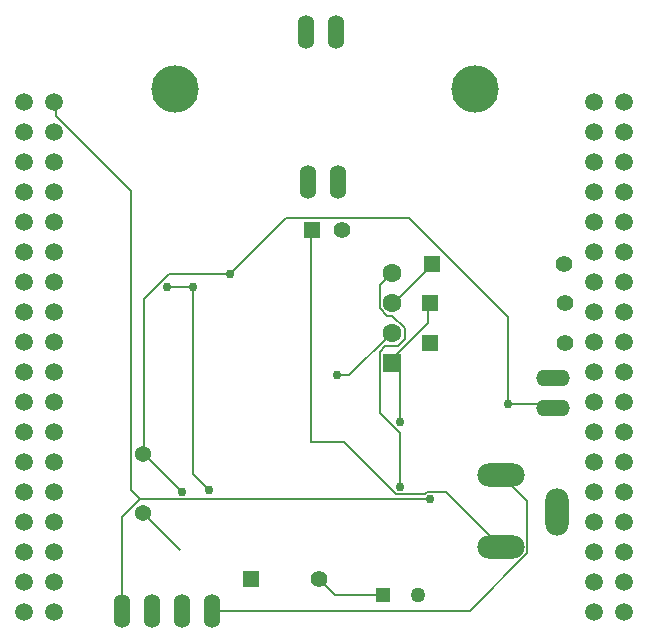
<source format=gbl>
G04*
G04 #@! TF.GenerationSoftware,Altium Limited,Altium Designer,22.8.2 (66)*
G04*
G04 Layer_Physical_Order=2*
G04 Layer_Color=16711680*
%FSLAX44Y44*%
%MOMM*%
G71*
G04*
G04 #@! TF.SameCoordinates,DB24DA2D-5A1C-4FC3-BAC6-6F5E0011B9E5*
G04*
G04*
G04 #@! TF.FilePolarity,Positive*
G04*
G01*
G75*
%ADD66C,0.1524*%
%ADD67O,1.4224X2.8448*%
%ADD68C,1.3980*%
%ADD69R,1.3980X1.3980*%
%ADD70O,2.8448X1.4224*%
%ADD71C,1.6052*%
%ADD72R,1.6052X1.6052*%
%ADD73C,1.3970*%
%ADD74R,1.3970X1.3970*%
%ADD75C,1.4224*%
%ADD76R,1.4224X1.4224*%
%ADD77C,4.0051*%
%ADD78C,1.2700*%
%ADD79R,1.2700X1.2700*%
%ADD80C,1.3716*%
%ADD81O,2.0000X4.0000*%
%ADD82O,4.0000X2.0000*%
%ADD83C,1.5080*%
%ADD84C,0.7564*%
D66*
X336550Y234673D02*
X336804Y235435D01*
X367284Y284203D02*
X368173Y285473D01*
X336804Y235435D02*
Y238483D01*
X367284Y268963D01*
Y284203D01*
X336550Y234673D02*
X336804Y233911D01*
X342900Y227815D01*
Y185143D02*
Y227815D01*
X335280Y259819D02*
X336550Y260073D01*
X300228Y224767D02*
X335280Y259819D01*
X289560Y224767D02*
X300228D01*
X336550Y285473D02*
X336804Y284203D01*
X370332Y317731D02*
X370586Y318493D01*
X336804Y284203D02*
X370332Y317731D01*
X335280Y310111D02*
X336550Y310873D01*
X326136Y300967D02*
X335280Y310111D01*
X326136Y281155D02*
Y300967D01*
Y281155D02*
X332232Y275059D01*
X336804D01*
X347472Y264391D01*
Y255247D02*
Y264391D01*
X341376Y249151D02*
X347472Y255247D01*
X330708Y249151D02*
X341376D01*
X326136Y244579D02*
X330708Y249151D01*
X326136Y192763D02*
Y244579D01*
Y192763D02*
X342900Y175999D01*
Y130279D02*
Y175999D01*
X108204Y104371D02*
X115824Y111991D01*
X108204Y25123D02*
Y104371D01*
X50546Y455930D02*
X51816Y454891D01*
X115824Y127231D02*
X123444Y119611D01*
X115824Y127231D02*
Y380215D01*
X51816Y444223D02*
X115824Y380215D01*
X51816Y444223D02*
Y454891D01*
X115824Y111991D02*
X123444Y119611D01*
X368808D01*
X125730Y157965D02*
X126492Y157711D01*
X158496Y125707D01*
X199644Y310111D02*
X246888Y357355D01*
X350520D01*
X434340Y273535D01*
Y200383D02*
Y273535D01*
X125730Y157965D02*
X126492Y159235D01*
Y288775D01*
X147828Y310111D01*
X199644D01*
X472440Y197335D02*
X472694Y197081D01*
X469392Y200383D02*
X472440Y197335D01*
X434340Y200383D02*
X469392D01*
X428498Y140198D02*
X429768Y139423D01*
X451104Y118087D01*
Y73891D02*
Y118087D01*
X402336Y25123D02*
X451104Y73891D01*
X184404Y25123D02*
X402336D01*
X274828Y52047D02*
X275844Y51031D01*
X327660Y38839D02*
X328422Y38585D01*
X275844Y51031D02*
X288036Y38839D01*
X327660D01*
X167640Y140947D02*
X181356Y127231D01*
X167640Y140947D02*
Y299443D01*
X146304D02*
X167640D01*
X428244Y79987D02*
X428498Y79197D01*
X382524Y125707D02*
X428244Y79987D01*
X365760Y125707D02*
X382524D01*
X364236Y124183D02*
X365760Y125707D01*
X339852Y124183D02*
X364236D01*
X295656Y168379D02*
X339852Y124183D01*
X268224Y168379D02*
X295656D01*
X268224Y346687D02*
X268478Y347957D01*
X268224Y168379D02*
Y346687D01*
X125730Y107927D02*
X126492Y107419D01*
X156972Y76939D01*
D67*
X184404Y25123D02*
D03*
X159004D02*
D03*
X133604D02*
D03*
X108204D02*
D03*
X289052Y515089D02*
D03*
X263652D02*
D03*
X290830Y388343D02*
D03*
X265430D02*
D03*
D68*
X293878Y347957D02*
D03*
D69*
X268478D02*
D03*
D70*
X472694Y222481D02*
D03*
Y197081D02*
D03*
D71*
X336550Y310873D02*
D03*
Y285473D02*
D03*
Y260073D02*
D03*
D72*
Y234673D02*
D03*
D73*
X482473Y285473D02*
D03*
Y251945D02*
D03*
D74*
X368173Y285473D02*
D03*
Y251945D02*
D03*
D75*
X482346Y318493D02*
D03*
X274828Y52047D02*
D03*
D76*
X370586Y318493D02*
D03*
X216916Y52047D02*
D03*
D77*
X152400Y466575D02*
D03*
X406400D02*
D03*
D78*
X358394Y38585D02*
D03*
D79*
X328422D02*
D03*
D80*
X125730Y107927D02*
D03*
Y157965D02*
D03*
D81*
X476499Y109197D02*
D03*
D82*
X428498Y79197D02*
D03*
Y140198D02*
D03*
D83*
X507746Y24130D02*
D03*
X533146D02*
D03*
X507746Y49530D02*
D03*
X533146D02*
D03*
X507746Y100330D02*
D03*
X533146D02*
D03*
X507746Y74930D02*
D03*
X533146D02*
D03*
X25146Y24130D02*
D03*
X50546D02*
D03*
X25146Y49530D02*
D03*
X50546D02*
D03*
X25146Y100330D02*
D03*
X50546D02*
D03*
X25146Y74930D02*
D03*
X50546D02*
D03*
X507746Y125730D02*
D03*
X533146D02*
D03*
X507746Y151130D02*
D03*
X533146D02*
D03*
X25146Y125730D02*
D03*
X50546D02*
D03*
X25146Y151130D02*
D03*
X50546D02*
D03*
X507746Y455930D02*
D03*
X533146D02*
D03*
X507746Y430530D02*
D03*
X533146D02*
D03*
X507746Y405130D02*
D03*
X533146D02*
D03*
X507746Y379730D02*
D03*
X533146D02*
D03*
X507746Y354330D02*
D03*
X533146D02*
D03*
X507746Y328930D02*
D03*
X533146D02*
D03*
X507746Y303530D02*
D03*
X533146D02*
D03*
X507746Y278130D02*
D03*
X533146D02*
D03*
X507746Y252730D02*
D03*
X533146D02*
D03*
X507746Y227330D02*
D03*
X533146D02*
D03*
X507746Y201930D02*
D03*
X533146D02*
D03*
X507746Y176530D02*
D03*
X533146D02*
D03*
X25146Y455930D02*
D03*
X50546D02*
D03*
X25146Y430530D02*
D03*
X50546D02*
D03*
X25146Y405130D02*
D03*
X50546D02*
D03*
X25146Y379730D02*
D03*
X50546D02*
D03*
X25146Y354330D02*
D03*
X50546D02*
D03*
X25146Y328930D02*
D03*
X50546D02*
D03*
X25146Y303530D02*
D03*
X50546D02*
D03*
X25146Y278130D02*
D03*
X50546D02*
D03*
X25146Y252730D02*
D03*
X50546D02*
D03*
X25146Y227330D02*
D03*
X50546D02*
D03*
X25146Y201930D02*
D03*
X50546D02*
D03*
X25146Y176530D02*
D03*
X50546D02*
D03*
D84*
X342900Y185143D02*
D03*
X289560Y224767D02*
D03*
X342900Y130279D02*
D03*
X368808Y119611D02*
D03*
X158496Y125707D02*
D03*
X199644Y310111D02*
D03*
X434340Y200383D02*
D03*
X181356Y127231D02*
D03*
X146304Y299443D02*
D03*
X167640D02*
D03*
M02*

</source>
